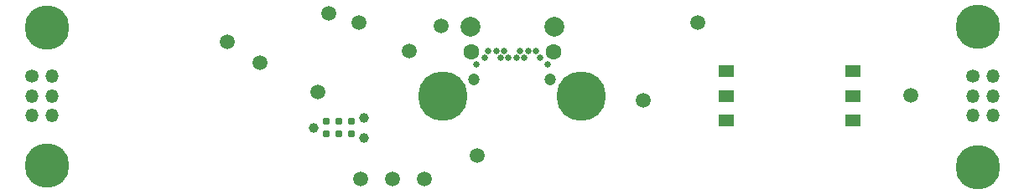
<source format=gbr>
G04 #@! TF.GenerationSoftware,KiCad,Pcbnew,(5.0.0)*
G04 #@! TF.CreationDate,2018-10-02T18:18:03-07:00*
G04 #@! TF.ProjectId,nixie_bottom_board,6E697869655F626F74746F6D5F626F61,rev?*
G04 #@! TF.SameCoordinates,Original*
G04 #@! TF.FileFunction,Soldermask,Bot*
G04 #@! TF.FilePolarity,Negative*
%FSLAX46Y46*%
G04 Gerber Fmt 4.6, Leading zero omitted, Abs format (unit mm)*
G04 Created by KiCad (PCBNEW (5.0.0)) date 10/02/18 18:18:03*
%MOMM*%
%LPD*%
G01*
G04 APERTURE LIST*
%ADD10C,1.500000*%
%ADD11C,1.200000*%
%ADD12C,0.650000*%
%ADD13C,2.000000*%
%ADD14C,1.600000*%
%ADD15C,0.990600*%
%ADD16C,0.787400*%
%ADD17R,1.500000X1.170000*%
%ADD18C,1.350000*%
%ADD19O,1.350000X1.350000*%
%ADD20C,0.800000*%
%ADD21C,4.500000*%
%ADD22C,5.000000*%
G04 APERTURE END LIST*
D10*
G04 #@! TO.C,J18*
X146500000Y-106000000D03*
G04 #@! TD*
G04 #@! TO.C,J17*
X130400000Y-99600000D03*
G04 #@! TD*
D11*
G04 #@! TO.C,J1*
X146155000Y-98310000D03*
X153845000Y-98310000D03*
D12*
X152400000Y-95410000D03*
X151600000Y-95410000D03*
X150800000Y-95410000D03*
X149200000Y-95410000D03*
X148400000Y-95410000D03*
X147600000Y-95410000D03*
X152800000Y-96110000D03*
X151200000Y-96110000D03*
X150400000Y-96110000D03*
X149600000Y-96110000D03*
X148800000Y-96110000D03*
X147200000Y-96110000D03*
X153600000Y-96760000D03*
X146400000Y-96760000D03*
D13*
X154220000Y-92995000D03*
X145780000Y-92995000D03*
D14*
X145870000Y-95510000D03*
X154130000Y-95510000D03*
G04 #@! TD*
D15*
G04 #@! TO.C,J2*
X135040000Y-102184000D03*
X135040000Y-104216000D03*
X129960000Y-103200000D03*
D16*
X133770000Y-103835000D03*
X133770000Y-102565000D03*
X132500000Y-103835000D03*
X132500000Y-102565000D03*
X131230000Y-103835000D03*
X131230000Y-102565000D03*
G04 #@! TD*
D10*
G04 #@! TO.C,J16*
X163250000Y-100400000D03*
G04 #@! TD*
G04 #@! TO.C,J15*
X121200000Y-94550000D03*
G04 #@! TD*
G04 #@! TO.C,J12*
X134700000Y-108400000D03*
G04 #@! TD*
G04 #@! TO.C,J11*
X137900000Y-108400000D03*
G04 #@! TD*
G04 #@! TO.C,J13*
X124500000Y-96600000D03*
G04 #@! TD*
G04 #@! TO.C,J14*
X141100000Y-108400000D03*
G04 #@! TD*
G04 #@! TO.C,J10*
X139600000Y-95400000D03*
G04 #@! TD*
G04 #@! TO.C,J9*
X134500000Y-92600000D03*
G04 #@! TD*
G04 #@! TO.C,J8*
X190250000Y-99900000D03*
G04 #@! TD*
G04 #@! TO.C,J7*
X168700000Y-92600000D03*
G04 #@! TD*
G04 #@! TO.C,J6*
X142800000Y-92900000D03*
G04 #@! TD*
D17*
G04 #@! TO.C,T1*
X184400000Y-97500000D03*
X184400000Y-100000000D03*
X184400000Y-102500000D03*
X171600000Y-102500000D03*
X171600000Y-97500000D03*
X171600000Y-100000000D03*
G04 #@! TD*
D18*
G04 #@! TO.C,J4*
X101500000Y-98000000D03*
D19*
X103500000Y-98000000D03*
X101500000Y-100000000D03*
X103500000Y-100000000D03*
X101500000Y-102000000D03*
X103500000Y-102000000D03*
G04 #@! TD*
D18*
G04 #@! TO.C,J3*
X196500000Y-98000000D03*
D19*
X198500000Y-98000000D03*
X196500000Y-100000000D03*
X198500000Y-100000000D03*
X196500000Y-102000000D03*
X198500000Y-102000000D03*
G04 #@! TD*
D10*
G04 #@! TO.C,J5*
X131500000Y-91600000D03*
G04 #@! TD*
D20*
G04 #@! TO.C,MH1*
X104237437Y-91862563D03*
X104750000Y-93100000D03*
X104237437Y-94337437D03*
X103000000Y-94850000D03*
X101762563Y-94337437D03*
X101250000Y-93100000D03*
X101762563Y-91862563D03*
X103000000Y-91350000D03*
D21*
X103000000Y-93100000D03*
G04 #@! TD*
G04 #@! TO.C,MH2*
X103000000Y-107000000D03*
D20*
X103000000Y-105250000D03*
X101762563Y-105762563D03*
X101250000Y-107000000D03*
X101762563Y-108237437D03*
X103000000Y-108750000D03*
X104237437Y-108237437D03*
X104750000Y-107000000D03*
X104237437Y-105762563D03*
G04 #@! TD*
G04 #@! TO.C,MH3*
X198237437Y-91762563D03*
X198750000Y-93000000D03*
X198237437Y-94237437D03*
X197000000Y-94750000D03*
X195762563Y-94237437D03*
X195250000Y-93000000D03*
X195762563Y-91762563D03*
X197000000Y-91250000D03*
D21*
X197000000Y-93000000D03*
G04 #@! TD*
G04 #@! TO.C,MH4*
X197000000Y-107200000D03*
D20*
X197000000Y-105450000D03*
X195762563Y-105962563D03*
X195250000Y-107200000D03*
X195762563Y-108437437D03*
X197000000Y-108950000D03*
X198237437Y-108437437D03*
X198750000Y-107200000D03*
X198237437Y-105962563D03*
G04 #@! TD*
D22*
G04 #@! TO.C,MH6*
X157000000Y-100000000D03*
D20*
X158875000Y-100000000D03*
X158325825Y-101325825D03*
X157000000Y-101875000D03*
X155674175Y-101325825D03*
X155125000Y-100000000D03*
X155674175Y-98674175D03*
X157000000Y-98125000D03*
X158325825Y-98674175D03*
G04 #@! TD*
G04 #@! TO.C,MH5*
X144325825Y-98674175D03*
X143000000Y-98125000D03*
X141674175Y-98674175D03*
X141125000Y-100000000D03*
X141674175Y-101325825D03*
X143000000Y-101875000D03*
X144325825Y-101325825D03*
X144875000Y-100000000D03*
D22*
X143000000Y-100000000D03*
G04 #@! TD*
M02*

</source>
